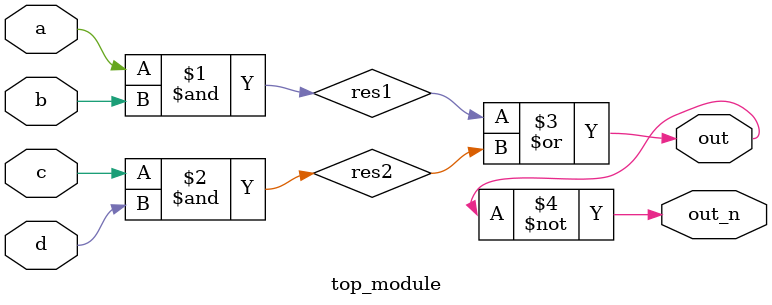
<source format=v>
`default_nettype none
module top_module(
    input a,
    input b,
    input c,
    input d,
    output out,
    output out_n   ); 
wire res1 = a&b;
wire res2 = c&d;
assign out = res1 | res2;
assign out_n = ~out;
endmodule

</source>
